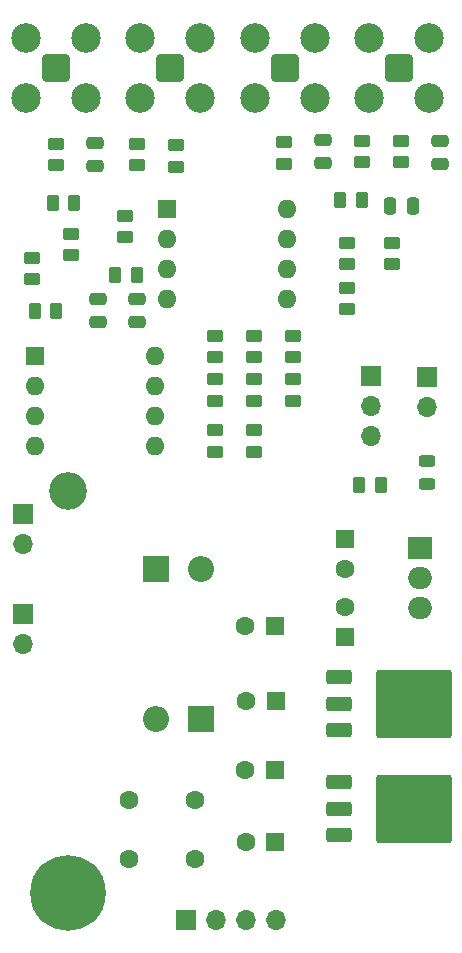
<source format=gts>
G04 #@! TF.GenerationSoftware,KiCad,Pcbnew,7.0.2*
G04 #@! TF.CreationDate,2024-03-05T19:29:17+01:00*
G04 #@! TF.ProjectId,BalunAndFilter,42616c75-6e41-46e6-9446-696c7465722e,rev?*
G04 #@! TF.SameCoordinates,Original*
G04 #@! TF.FileFunction,Soldermask,Top*
G04 #@! TF.FilePolarity,Negative*
%FSLAX46Y46*%
G04 Gerber Fmt 4.6, Leading zero omitted, Abs format (unit mm)*
G04 Created by KiCad (PCBNEW 7.0.2) date 2024-03-05 19:29:17*
%MOMM*%
%LPD*%
G01*
G04 APERTURE LIST*
G04 Aperture macros list*
%AMRoundRect*
0 Rectangle with rounded corners*
0 $1 Rounding radius*
0 $2 $3 $4 $5 $6 $7 $8 $9 X,Y pos of 4 corners*
0 Add a 4 corners polygon primitive as box body*
4,1,4,$2,$3,$4,$5,$6,$7,$8,$9,$2,$3,0*
0 Add four circle primitives for the rounded corners*
1,1,$1+$1,$2,$3*
1,1,$1+$1,$4,$5*
1,1,$1+$1,$6,$7*
1,1,$1+$1,$8,$9*
0 Add four rect primitives between the rounded corners*
20,1,$1+$1,$2,$3,$4,$5,0*
20,1,$1+$1,$4,$5,$6,$7,0*
20,1,$1+$1,$6,$7,$8,$9,0*
20,1,$1+$1,$8,$9,$2,$3,0*%
G04 Aperture macros list end*
%ADD10C,3.200000*%
%ADD11C,6.400000*%
%ADD12C,1.600000*%
%ADD13O,2.200000X2.200000*%
%ADD14R,2.200000X2.200000*%
%ADD15RoundRect,0.250000X-0.262500X-0.450000X0.262500X-0.450000X0.262500X0.450000X-0.262500X0.450000X0*%
%ADD16O,1.700000X1.700000*%
%ADD17R,1.700000X1.700000*%
%ADD18RoundRect,0.243750X-0.456250X0.243750X-0.456250X-0.243750X0.456250X-0.243750X0.456250X0.243750X0*%
%ADD19O,2.000000X1.905000*%
%ADD20R,2.000000X1.905000*%
%ADD21RoundRect,0.249997X-2.950003X-2.650003X2.950003X-2.650003X2.950003X2.650003X-2.950003X2.650003X0*%
%ADD22RoundRect,0.250000X-0.850000X-0.350000X0.850000X-0.350000X0.850000X0.350000X-0.850000X0.350000X0*%
%ADD23R,1.600000X1.600000*%
%ADD24O,1.600000X1.600000*%
%ADD25RoundRect,0.250000X0.450000X-0.262500X0.450000X0.262500X-0.450000X0.262500X-0.450000X-0.262500X0*%
%ADD26RoundRect,0.250000X-0.450000X0.262500X-0.450000X-0.262500X0.450000X-0.262500X0.450000X0.262500X0*%
%ADD27RoundRect,0.250000X0.262500X0.450000X-0.262500X0.450000X-0.262500X-0.450000X0.262500X-0.450000X0*%
%ADD28C,2.500000*%
%ADD29RoundRect,0.200100X-0.949900X-0.949900X0.949900X-0.949900X0.949900X0.949900X-0.949900X0.949900X0*%
%ADD30RoundRect,0.250000X0.475000X-0.250000X0.475000X0.250000X-0.475000X0.250000X-0.475000X-0.250000X0*%
%ADD31RoundRect,0.250000X-0.475000X0.250000X-0.475000X-0.250000X0.475000X-0.250000X0.475000X0.250000X0*%
%ADD32RoundRect,0.250000X-0.250000X-0.475000X0.250000X-0.475000X0.250000X0.475000X-0.250000X0.475000X0*%
G04 APERTURE END LIST*
D10*
G04 #@! TO.C,REF\u002A\u002A*
X107188000Y-75220000D03*
G04 #@! TD*
D11*
G04 #@! TO.C,REF\u002A\u002A*
X107188000Y-109220000D03*
G04 #@! TD*
D12*
G04 #@! TO.C,F2*
X112339000Y-101386000D03*
X112339000Y-106386000D03*
G04 #@! TD*
G04 #@! TO.C,F1*
X117927000Y-106386000D03*
X117927000Y-101386000D03*
G04 #@! TD*
D13*
G04 #@! TO.C,D3*
X114625000Y-94488000D03*
D14*
X114625000Y-81788000D03*
G04 #@! TD*
D13*
G04 #@! TO.C,D2*
X118435000Y-81788000D03*
D14*
X118435000Y-94488000D03*
G04 #@! TD*
D15*
G04 #@! TO.C,R25*
X133675000Y-74676000D03*
X131850000Y-74676000D03*
G04 #@! TD*
D16*
G04 #@! TO.C,JP1*
X132843000Y-70567000D03*
X132843000Y-68027000D03*
D17*
X132843000Y-65487000D03*
G04 #@! TD*
D16*
G04 #@! TO.C,J8*
X137583500Y-68072000D03*
D17*
X137583500Y-65532000D03*
G04 #@! TD*
D18*
G04 #@! TO.C,D1*
X137588500Y-74597500D03*
X137588500Y-72722500D03*
G04 #@! TD*
D19*
G04 #@! TO.C,U5*
X136977000Y-85090000D03*
X136977000Y-82550000D03*
D20*
X136977000Y-80010000D03*
G04 #@! TD*
D21*
G04 #@! TO.C,U4*
X136469000Y-102109000D03*
D22*
X130169000Y-104389000D03*
X130169000Y-102109000D03*
X130169000Y-99829000D03*
G04 #@! TD*
D21*
G04 #@! TO.C,U3*
X136469000Y-93218000D03*
D22*
X130169000Y-95498000D03*
X130169000Y-93218000D03*
X130169000Y-90938000D03*
G04 #@! TD*
D23*
G04 #@! TO.C,U2*
X104394000Y-63754000D03*
D24*
X104394000Y-66294000D03*
X104394000Y-68834000D03*
X104394000Y-71374000D03*
X114554000Y-71374000D03*
X114554000Y-68834000D03*
X114554000Y-66294000D03*
X114554000Y-63754000D03*
G04 #@! TD*
D23*
G04 #@! TO.C,U1*
X115570000Y-51308000D03*
D24*
X115570000Y-53848000D03*
X115570000Y-56388000D03*
X115570000Y-58928000D03*
X125730000Y-58928000D03*
X125730000Y-56388000D03*
X125730000Y-53848000D03*
X125730000Y-51308000D03*
G04 #@! TD*
D25*
G04 #@! TO.C,R24*
X119634000Y-71882000D03*
X119634000Y-70057000D03*
G04 #@! TD*
D26*
G04 #@! TO.C,R23*
X122936000Y-70057000D03*
X122936000Y-71882000D03*
G04 #@! TD*
G04 #@! TO.C,R22*
X104140000Y-55475500D03*
X104140000Y-57300500D03*
G04 #@! TD*
D27*
G04 #@! TO.C,R21*
X106219000Y-59944000D03*
X104394000Y-59944000D03*
G04 #@! TD*
D26*
G04 #@! TO.C,R20*
X126238000Y-65739000D03*
X126238000Y-67564000D03*
G04 #@! TD*
G04 #@! TO.C,R19*
X126238000Y-62079500D03*
X126238000Y-63904500D03*
G04 #@! TD*
G04 #@! TO.C,R18*
X119634000Y-65739000D03*
X119634000Y-67564000D03*
G04 #@! TD*
G04 #@! TO.C,R17*
X119634000Y-62079500D03*
X119634000Y-63904500D03*
G04 #@! TD*
D25*
G04 #@! TO.C,R16*
X122936000Y-63904500D03*
X122936000Y-62079500D03*
G04 #@! TD*
D26*
G04 #@! TO.C,R15*
X122936000Y-65739000D03*
X122936000Y-67564000D03*
G04 #@! TD*
G04 #@! TO.C,R14*
X134620000Y-54205500D03*
X134620000Y-56030500D03*
G04 #@! TD*
G04 #@! TO.C,R13*
X107442000Y-53443500D03*
X107442000Y-55268500D03*
G04 #@! TD*
G04 #@! TO.C,R12*
X132080000Y-45569500D03*
X132080000Y-47394500D03*
G04 #@! TD*
G04 #@! TO.C,R11*
X125476000Y-45673000D03*
X125476000Y-47498000D03*
G04 #@! TD*
G04 #@! TO.C,R10*
X113030000Y-45823500D03*
X113030000Y-47648500D03*
G04 #@! TD*
G04 #@! TO.C,R9*
X106172000Y-45823500D03*
X106172000Y-47648500D03*
G04 #@! TD*
D25*
G04 #@! TO.C,R8*
X130810000Y-56030500D03*
X130810000Y-54205500D03*
G04 #@! TD*
D26*
G04 #@! TO.C,R7*
X130810000Y-58015500D03*
X130810000Y-59840500D03*
G04 #@! TD*
G04 #@! TO.C,R6*
X135382000Y-45569500D03*
X135382000Y-47394500D03*
G04 #@! TD*
D27*
G04 #@! TO.C,R5*
X132080000Y-50546000D03*
X130255000Y-50546000D03*
G04 #@! TD*
D15*
G04 #@! TO.C,R4*
X111205000Y-56896000D03*
X113030000Y-56896000D03*
G04 #@! TD*
D26*
G04 #@! TO.C,R3*
X116332000Y-45927000D03*
X116332000Y-47752000D03*
G04 #@! TD*
D25*
G04 #@! TO.C,R2*
X112014000Y-53744500D03*
X112014000Y-51919500D03*
G04 #@! TD*
D15*
G04 #@! TO.C,R1*
X105918000Y-50800000D03*
X107743000Y-50800000D03*
G04 #@! TD*
D16*
G04 #@! TO.C,J7*
X124785000Y-111506000D03*
X122245000Y-111506000D03*
X119705000Y-111506000D03*
D17*
X117165000Y-111506000D03*
G04 #@! TD*
G04 #@! TO.C,J6*
X103378000Y-85598000D03*
D16*
X103378000Y-88138000D03*
G04 #@! TD*
D17*
G04 #@! TO.C,J5*
X103378000Y-77211000D03*
D16*
X103378000Y-79751000D03*
G04 #@! TD*
D28*
G04 #@! TO.C,J4*
X137812000Y-41910000D03*
X137812000Y-36830000D03*
X132732000Y-36830000D03*
X132732000Y-41910000D03*
D29*
X135272000Y-39370000D03*
G04 #@! TD*
D28*
G04 #@! TO.C,J3*
X128112000Y-41910000D03*
X128112000Y-36830000D03*
X123032000Y-36830000D03*
X123032000Y-41910000D03*
D29*
X125572000Y-39370000D03*
G04 #@! TD*
D28*
G04 #@! TO.C,J2*
X118412000Y-41910000D03*
X118412000Y-36830000D03*
X113332000Y-36830000D03*
X113332000Y-41910000D03*
D29*
X115872000Y-39370000D03*
G04 #@! TD*
D28*
G04 #@! TO.C,J1*
X108712000Y-41910000D03*
X108712000Y-36830000D03*
X103632000Y-36830000D03*
X103632000Y-41910000D03*
D29*
X106172000Y-39370000D03*
G04 #@! TD*
D12*
G04 #@! TO.C,C12*
X130627000Y-85065112D03*
D23*
X130627000Y-87565112D03*
G04 #@! TD*
D12*
G04 #@! TO.C,C11*
X130627000Y-81812888D03*
D23*
X130627000Y-79312888D03*
G04 #@! TD*
D12*
G04 #@! TO.C,C10*
X122220112Y-98806000D03*
D23*
X124720112Y-98806000D03*
G04 #@! TD*
G04 #@! TO.C,C9*
X124745000Y-104902000D03*
D12*
X122245000Y-104902000D03*
G04 #@! TD*
D23*
G04 #@! TO.C,C8*
X124720112Y-86614000D03*
D12*
X122220112Y-86614000D03*
G04 #@! TD*
D23*
G04 #@! TO.C,C7*
X124785000Y-92964000D03*
D12*
X122285000Y-92964000D03*
G04 #@! TD*
D30*
G04 #@! TO.C,C6*
X113030000Y-60894000D03*
X113030000Y-58994000D03*
G04 #@! TD*
G04 #@! TO.C,C5*
X109728000Y-58994000D03*
X109728000Y-60894000D03*
G04 #@! TD*
D31*
G04 #@! TO.C,C4*
X138684000Y-45598000D03*
X138684000Y-47498000D03*
G04 #@! TD*
D32*
G04 #@! TO.C,C3*
X136398000Y-51054000D03*
X134498000Y-51054000D03*
G04 #@! TD*
D30*
G04 #@! TO.C,C2*
X128778000Y-47432000D03*
X128778000Y-45532000D03*
G04 #@! TD*
G04 #@! TO.C,C1*
X109474000Y-47686000D03*
X109474000Y-45786000D03*
G04 #@! TD*
M02*

</source>
